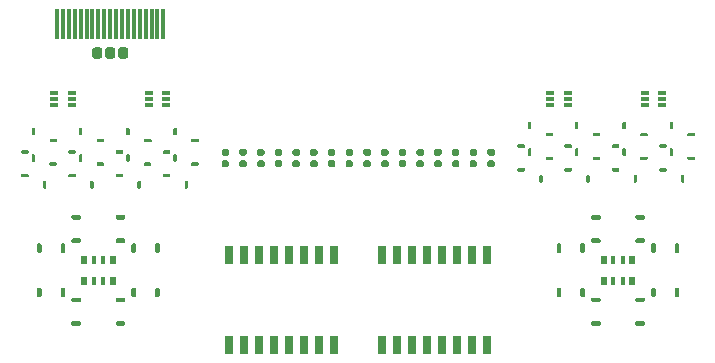
<source format=gbr>
%TF.GenerationSoftware,KiCad,Pcbnew,(5.99.0-3349-gc9824bbd9)*%
%TF.CreationDate,2020-09-22T14:29:42-07:00*%
%TF.ProjectId,Alchitry_IO_Shield,416c6368-6974-4727-995f-494f5f536869,rev?*%
%TF.SameCoordinates,Original*%
%TF.FileFunction,Paste,Top*%
%TF.FilePolarity,Positive*%
%FSLAX46Y46*%
G04 Gerber Fmt 4.6, Leading zero omitted, Abs format (unit mm)*
G04 Created by KiCad (PCBNEW (5.99.0-3349-gc9824bbd9)) date 2020-09-22 14:29:42*
%MOMM*%
%LPD*%
G01*
G04 APERTURE LIST*
%ADD10R,0.700000X0.400000*%
%ADD11R,0.760000X1.600000*%
%ADD12R,0.500000X0.800000*%
%ADD13R,0.400000X0.800000*%
%ADD14R,0.300000X2.600000*%
G04 APERTURE END LIST*
%TO.C,U5*%
G36*
G01*
X22350000Y-45895000D02*
X22350000Y-45405000D01*
G75*
G02*
X22425000Y-45330000I75000J0D01*
G01*
X22575000Y-45330000D01*
G75*
G02*
X22650000Y-45405000I0J-75000D01*
G01*
X22650000Y-45895000D01*
G75*
G02*
X22575000Y-45970000I-75000J0D01*
G01*
X22425000Y-45970000D01*
G75*
G02*
X22350000Y-45895000I0J75000D01*
G01*
G37*
G36*
G01*
X23305000Y-50395000D02*
X23305000Y-49905000D01*
G75*
G02*
X23380000Y-49830000I75000J0D01*
G01*
X23530000Y-49830000D01*
G75*
G02*
X23605000Y-49905000I0J-75000D01*
G01*
X23605000Y-50395000D01*
G75*
G02*
X23530000Y-50470000I-75000J0D01*
G01*
X23380000Y-50470000D01*
G75*
G02*
X23305000Y-50395000I0J75000D01*
G01*
G37*
G36*
G01*
X22030000Y-47535000D02*
X21540000Y-47535000D01*
G75*
G02*
X21465000Y-47460000I0J75000D01*
G01*
X21465000Y-47310000D01*
G75*
G02*
X21540000Y-47235000I75000J0D01*
G01*
X22030000Y-47235000D01*
G75*
G02*
X22105000Y-47310000I0J-75000D01*
G01*
X22105000Y-47460000D01*
G75*
G02*
X22030000Y-47535000I-75000J0D01*
G01*
G37*
G36*
G01*
X22350000Y-48145000D02*
X22350000Y-47655000D01*
G75*
G02*
X22425000Y-47580000I75000J0D01*
G01*
X22575000Y-47580000D01*
G75*
G02*
X22650000Y-47655000I0J-75000D01*
G01*
X22650000Y-48145000D01*
G75*
G02*
X22575000Y-48220000I-75000J0D01*
G01*
X22425000Y-48220000D01*
G75*
G02*
X22350000Y-48145000I0J75000D01*
G01*
G37*
G36*
G01*
X24430000Y-46565000D02*
X23940000Y-46565000D01*
G75*
G02*
X23865000Y-46490000I0J75000D01*
G01*
X23865000Y-46340000D01*
G75*
G02*
X23940000Y-46265000I75000J0D01*
G01*
X24430000Y-46265000D01*
G75*
G02*
X24505000Y-46340000I0J-75000D01*
G01*
X24505000Y-46490000D01*
G75*
G02*
X24430000Y-46565000I-75000J0D01*
G01*
G37*
G36*
G01*
X22030000Y-49535000D02*
X21540000Y-49535000D01*
G75*
G02*
X21465000Y-49460000I0J75000D01*
G01*
X21465000Y-49310000D01*
G75*
G02*
X21540000Y-49235000I75000J0D01*
G01*
X22030000Y-49235000D01*
G75*
G02*
X22105000Y-49310000I0J-75000D01*
G01*
X22105000Y-49460000D01*
G75*
G02*
X22030000Y-49535000I-75000J0D01*
G01*
G37*
G36*
G01*
X24410000Y-48565000D02*
X23920000Y-48565000D01*
G75*
G02*
X23845000Y-48490000I0J75000D01*
G01*
X23845000Y-48340000D01*
G75*
G02*
X23920000Y-48265000I75000J0D01*
G01*
X24410000Y-48265000D01*
G75*
G02*
X24485000Y-48340000I0J-75000D01*
G01*
X24485000Y-48490000D01*
G75*
G02*
X24410000Y-48565000I-75000J0D01*
G01*
G37*
%TD*%
%TO.C,D15*%
G36*
G01*
X32422500Y-48680000D02*
X32077500Y-48680000D01*
G75*
G02*
X31930000Y-48532500I0J147500D01*
G01*
X31930000Y-48237500D01*
G75*
G02*
X32077500Y-48090000I147500J0D01*
G01*
X32422500Y-48090000D01*
G75*
G02*
X32570000Y-48237500I0J-147500D01*
G01*
X32570000Y-48532500D01*
G75*
G02*
X32422500Y-48680000I-147500J0D01*
G01*
G37*
G36*
G01*
X32422500Y-47710000D02*
X32077500Y-47710000D01*
G75*
G02*
X31930000Y-47562500I0J147500D01*
G01*
X31930000Y-47267500D01*
G75*
G02*
X32077500Y-47120000I147500J0D01*
G01*
X32422500Y-47120000D01*
G75*
G02*
X32570000Y-47267500I0J-147500D01*
G01*
X32570000Y-47562500D01*
G75*
G02*
X32422500Y-47710000I-147500J0D01*
G01*
G37*
%TD*%
%TO.C,U6*%
G36*
G01*
X28410000Y-48565000D02*
X27920000Y-48565000D01*
G75*
G02*
X27845000Y-48490000I0J75000D01*
G01*
X27845000Y-48340000D01*
G75*
G02*
X27920000Y-48265000I75000J0D01*
G01*
X28410000Y-48265000D01*
G75*
G02*
X28485000Y-48340000I0J-75000D01*
G01*
X28485000Y-48490000D01*
G75*
G02*
X28410000Y-48565000I-75000J0D01*
G01*
G37*
G36*
G01*
X28430000Y-46565000D02*
X27940000Y-46565000D01*
G75*
G02*
X27865000Y-46490000I0J75000D01*
G01*
X27865000Y-46340000D01*
G75*
G02*
X27940000Y-46265000I75000J0D01*
G01*
X28430000Y-46265000D01*
G75*
G02*
X28505000Y-46340000I0J-75000D01*
G01*
X28505000Y-46490000D01*
G75*
G02*
X28430000Y-46565000I-75000J0D01*
G01*
G37*
G36*
G01*
X26350000Y-45895000D02*
X26350000Y-45405000D01*
G75*
G02*
X26425000Y-45330000I75000J0D01*
G01*
X26575000Y-45330000D01*
G75*
G02*
X26650000Y-45405000I0J-75000D01*
G01*
X26650000Y-45895000D01*
G75*
G02*
X26575000Y-45970000I-75000J0D01*
G01*
X26425000Y-45970000D01*
G75*
G02*
X26350000Y-45895000I0J75000D01*
G01*
G37*
G36*
G01*
X26030000Y-49535000D02*
X25540000Y-49535000D01*
G75*
G02*
X25465000Y-49460000I0J75000D01*
G01*
X25465000Y-49310000D01*
G75*
G02*
X25540000Y-49235000I75000J0D01*
G01*
X26030000Y-49235000D01*
G75*
G02*
X26105000Y-49310000I0J-75000D01*
G01*
X26105000Y-49460000D01*
G75*
G02*
X26030000Y-49535000I-75000J0D01*
G01*
G37*
G36*
G01*
X27305000Y-50395000D02*
X27305000Y-49905000D01*
G75*
G02*
X27380000Y-49830000I75000J0D01*
G01*
X27530000Y-49830000D01*
G75*
G02*
X27605000Y-49905000I0J-75000D01*
G01*
X27605000Y-50395000D01*
G75*
G02*
X27530000Y-50470000I-75000J0D01*
G01*
X27380000Y-50470000D01*
G75*
G02*
X27305000Y-50395000I0J75000D01*
G01*
G37*
G36*
G01*
X26350000Y-48145000D02*
X26350000Y-47655000D01*
G75*
G02*
X26425000Y-47580000I75000J0D01*
G01*
X26575000Y-47580000D01*
G75*
G02*
X26650000Y-47655000I0J-75000D01*
G01*
X26650000Y-48145000D01*
G75*
G02*
X26575000Y-48220000I-75000J0D01*
G01*
X26425000Y-48220000D01*
G75*
G02*
X26350000Y-48145000I0J75000D01*
G01*
G37*
G36*
G01*
X26030000Y-47535000D02*
X25540000Y-47535000D01*
G75*
G02*
X25465000Y-47460000I0J75000D01*
G01*
X25465000Y-47310000D01*
G75*
G02*
X25540000Y-47235000I75000J0D01*
G01*
X26030000Y-47235000D01*
G75*
G02*
X26105000Y-47310000I0J-75000D01*
G01*
X26105000Y-47460000D01*
G75*
G02*
X26030000Y-47535000I-75000J0D01*
G01*
G37*
%TD*%
D10*
%TO.C,Q4*%
X66250000Y-42400000D03*
X66250000Y-42900000D03*
X66250000Y-43400000D03*
X67750000Y-43400000D03*
X67750000Y-42900000D03*
X67750000Y-42400000D03*
%TD*%
%TO.C,D6*%
G36*
G01*
X45922500Y-48680000D02*
X45577500Y-48680000D01*
G75*
G02*
X45430000Y-48532500I0J147500D01*
G01*
X45430000Y-48237500D01*
G75*
G02*
X45577500Y-48090000I147500J0D01*
G01*
X45922500Y-48090000D01*
G75*
G02*
X46070000Y-48237500I0J-147500D01*
G01*
X46070000Y-48532500D01*
G75*
G02*
X45922500Y-48680000I-147500J0D01*
G01*
G37*
G36*
G01*
X45922500Y-47710000D02*
X45577500Y-47710000D01*
G75*
G02*
X45430000Y-47562500I0J147500D01*
G01*
X45430000Y-47267500D01*
G75*
G02*
X45577500Y-47120000I147500J0D01*
G01*
X45922500Y-47120000D01*
G75*
G02*
X46070000Y-47267500I0J-147500D01*
G01*
X46070000Y-47562500D01*
G75*
G02*
X45922500Y-47710000I-147500J0D01*
G01*
G37*
%TD*%
%TO.C,D1*%
G36*
G01*
X53422500Y-48680000D02*
X53077500Y-48680000D01*
G75*
G02*
X52930000Y-48532500I0J147500D01*
G01*
X52930000Y-48237500D01*
G75*
G02*
X53077500Y-48090000I147500J0D01*
G01*
X53422500Y-48090000D01*
G75*
G02*
X53570000Y-48237500I0J-147500D01*
G01*
X53570000Y-48532500D01*
G75*
G02*
X53422500Y-48680000I-147500J0D01*
G01*
G37*
G36*
G01*
X53422500Y-47710000D02*
X53077500Y-47710000D01*
G75*
G02*
X52930000Y-47562500I0J147500D01*
G01*
X52930000Y-47267500D01*
G75*
G02*
X53077500Y-47120000I147500J0D01*
G01*
X53422500Y-47120000D01*
G75*
G02*
X53570000Y-47267500I0J-147500D01*
G01*
X53570000Y-47562500D01*
G75*
G02*
X53422500Y-47710000I-147500J0D01*
G01*
G37*
%TD*%
%TO.C,U3*%
G36*
G01*
X14350000Y-48145000D02*
X14350000Y-47655000D01*
G75*
G02*
X14425000Y-47580000I75000J0D01*
G01*
X14575000Y-47580000D01*
G75*
G02*
X14650000Y-47655000I0J-75000D01*
G01*
X14650000Y-48145000D01*
G75*
G02*
X14575000Y-48220000I-75000J0D01*
G01*
X14425000Y-48220000D01*
G75*
G02*
X14350000Y-48145000I0J75000D01*
G01*
G37*
G36*
G01*
X16430000Y-46565000D02*
X15940000Y-46565000D01*
G75*
G02*
X15865000Y-46490000I0J75000D01*
G01*
X15865000Y-46340000D01*
G75*
G02*
X15940000Y-46265000I75000J0D01*
G01*
X16430000Y-46265000D01*
G75*
G02*
X16505000Y-46340000I0J-75000D01*
G01*
X16505000Y-46490000D01*
G75*
G02*
X16430000Y-46565000I-75000J0D01*
G01*
G37*
G36*
G01*
X16410000Y-48565000D02*
X15920000Y-48565000D01*
G75*
G02*
X15845000Y-48490000I0J75000D01*
G01*
X15845000Y-48340000D01*
G75*
G02*
X15920000Y-48265000I75000J0D01*
G01*
X16410000Y-48265000D01*
G75*
G02*
X16485000Y-48340000I0J-75000D01*
G01*
X16485000Y-48490000D01*
G75*
G02*
X16410000Y-48565000I-75000J0D01*
G01*
G37*
G36*
G01*
X15305000Y-50395000D02*
X15305000Y-49905000D01*
G75*
G02*
X15380000Y-49830000I75000J0D01*
G01*
X15530000Y-49830000D01*
G75*
G02*
X15605000Y-49905000I0J-75000D01*
G01*
X15605000Y-50395000D01*
G75*
G02*
X15530000Y-50470000I-75000J0D01*
G01*
X15380000Y-50470000D01*
G75*
G02*
X15305000Y-50395000I0J75000D01*
G01*
G37*
G36*
G01*
X14350000Y-45895000D02*
X14350000Y-45405000D01*
G75*
G02*
X14425000Y-45330000I75000J0D01*
G01*
X14575000Y-45330000D01*
G75*
G02*
X14650000Y-45405000I0J-75000D01*
G01*
X14650000Y-45895000D01*
G75*
G02*
X14575000Y-45970000I-75000J0D01*
G01*
X14425000Y-45970000D01*
G75*
G02*
X14350000Y-45895000I0J75000D01*
G01*
G37*
G36*
G01*
X14030000Y-47535000D02*
X13540000Y-47535000D01*
G75*
G02*
X13465000Y-47460000I0J75000D01*
G01*
X13465000Y-47310000D01*
G75*
G02*
X13540000Y-47235000I75000J0D01*
G01*
X14030000Y-47235000D01*
G75*
G02*
X14105000Y-47310000I0J-75000D01*
G01*
X14105000Y-47460000D01*
G75*
G02*
X14030000Y-47535000I-75000J0D01*
G01*
G37*
G36*
G01*
X14030000Y-49535000D02*
X13540000Y-49535000D01*
G75*
G02*
X13465000Y-49460000I0J75000D01*
G01*
X13465000Y-49310000D01*
G75*
G02*
X13540000Y-49235000I75000J0D01*
G01*
X14030000Y-49235000D01*
G75*
G02*
X14105000Y-49310000I0J-75000D01*
G01*
X14105000Y-49460000D01*
G75*
G02*
X14030000Y-49535000I-75000J0D01*
G01*
G37*
%TD*%
%TO.C,D10*%
G36*
G01*
X39922500Y-48680000D02*
X39577500Y-48680000D01*
G75*
G02*
X39430000Y-48532500I0J147500D01*
G01*
X39430000Y-48237500D01*
G75*
G02*
X39577500Y-48090000I147500J0D01*
G01*
X39922500Y-48090000D01*
G75*
G02*
X40070000Y-48237500I0J-147500D01*
G01*
X40070000Y-48532500D01*
G75*
G02*
X39922500Y-48680000I-147500J0D01*
G01*
G37*
G36*
G01*
X39922500Y-47710000D02*
X39577500Y-47710000D01*
G75*
G02*
X39430000Y-47562500I0J147500D01*
G01*
X39430000Y-47267500D01*
G75*
G02*
X39577500Y-47120000I147500J0D01*
G01*
X39922500Y-47120000D01*
G75*
G02*
X40070000Y-47267500I0J-147500D01*
G01*
X40070000Y-47562500D01*
G75*
G02*
X39922500Y-47710000I-147500J0D01*
G01*
G37*
%TD*%
%TO.C,D5*%
G36*
G01*
X47422500Y-48680000D02*
X47077500Y-48680000D01*
G75*
G02*
X46930000Y-48532500I0J147500D01*
G01*
X46930000Y-48237500D01*
G75*
G02*
X47077500Y-48090000I147500J0D01*
G01*
X47422500Y-48090000D01*
G75*
G02*
X47570000Y-48237500I0J-147500D01*
G01*
X47570000Y-48532500D01*
G75*
G02*
X47422500Y-48680000I-147500J0D01*
G01*
G37*
G36*
G01*
X47422500Y-47710000D02*
X47077500Y-47710000D01*
G75*
G02*
X46930000Y-47562500I0J147500D01*
G01*
X46930000Y-47267500D01*
G75*
G02*
X47077500Y-47120000I147500J0D01*
G01*
X47422500Y-47120000D01*
G75*
G02*
X47570000Y-47267500I0J-147500D01*
G01*
X47570000Y-47562500D01*
G75*
G02*
X47422500Y-47710000I-147500J0D01*
G01*
G37*
%TD*%
%TO.C,U4*%
G36*
G01*
X18030000Y-47535000D02*
X17540000Y-47535000D01*
G75*
G02*
X17465000Y-47460000I0J75000D01*
G01*
X17465000Y-47310000D01*
G75*
G02*
X17540000Y-47235000I75000J0D01*
G01*
X18030000Y-47235000D01*
G75*
G02*
X18105000Y-47310000I0J-75000D01*
G01*
X18105000Y-47460000D01*
G75*
G02*
X18030000Y-47535000I-75000J0D01*
G01*
G37*
G36*
G01*
X20430000Y-46565000D02*
X19940000Y-46565000D01*
G75*
G02*
X19865000Y-46490000I0J75000D01*
G01*
X19865000Y-46340000D01*
G75*
G02*
X19940000Y-46265000I75000J0D01*
G01*
X20430000Y-46265000D01*
G75*
G02*
X20505000Y-46340000I0J-75000D01*
G01*
X20505000Y-46490000D01*
G75*
G02*
X20430000Y-46565000I-75000J0D01*
G01*
G37*
G36*
G01*
X18350000Y-45895000D02*
X18350000Y-45405000D01*
G75*
G02*
X18425000Y-45330000I75000J0D01*
G01*
X18575000Y-45330000D01*
G75*
G02*
X18650000Y-45405000I0J-75000D01*
G01*
X18650000Y-45895000D01*
G75*
G02*
X18575000Y-45970000I-75000J0D01*
G01*
X18425000Y-45970000D01*
G75*
G02*
X18350000Y-45895000I0J75000D01*
G01*
G37*
G36*
G01*
X18350000Y-48145000D02*
X18350000Y-47655000D01*
G75*
G02*
X18425000Y-47580000I75000J0D01*
G01*
X18575000Y-47580000D01*
G75*
G02*
X18650000Y-47655000I0J-75000D01*
G01*
X18650000Y-48145000D01*
G75*
G02*
X18575000Y-48220000I-75000J0D01*
G01*
X18425000Y-48220000D01*
G75*
G02*
X18350000Y-48145000I0J75000D01*
G01*
G37*
G36*
G01*
X19305000Y-50395000D02*
X19305000Y-49905000D01*
G75*
G02*
X19380000Y-49830000I75000J0D01*
G01*
X19530000Y-49830000D01*
G75*
G02*
X19605000Y-49905000I0J-75000D01*
G01*
X19605000Y-50395000D01*
G75*
G02*
X19530000Y-50470000I-75000J0D01*
G01*
X19380000Y-50470000D01*
G75*
G02*
X19305000Y-50395000I0J75000D01*
G01*
G37*
G36*
G01*
X18030000Y-49535000D02*
X17540000Y-49535000D01*
G75*
G02*
X17465000Y-49460000I0J75000D01*
G01*
X17465000Y-49310000D01*
G75*
G02*
X17540000Y-49235000I75000J0D01*
G01*
X18030000Y-49235000D01*
G75*
G02*
X18105000Y-49310000I0J-75000D01*
G01*
X18105000Y-49460000D01*
G75*
G02*
X18030000Y-49535000I-75000J0D01*
G01*
G37*
G36*
G01*
X20410000Y-48565000D02*
X19920000Y-48565000D01*
G75*
G02*
X19845000Y-48490000I0J75000D01*
G01*
X19845000Y-48340000D01*
G75*
G02*
X19920000Y-48265000I75000J0D01*
G01*
X20410000Y-48265000D01*
G75*
G02*
X20485000Y-48340000I0J-75000D01*
G01*
X20485000Y-48490000D01*
G75*
G02*
X20410000Y-48565000I-75000J0D01*
G01*
G37*
%TD*%
%TO.C,SW7*%
G36*
G01*
X66275000Y-59800000D02*
X66275000Y-60000000D01*
G75*
G02*
X66175000Y-60100000I-100000J0D01*
G01*
X65575000Y-60100000D01*
G75*
G02*
X65475000Y-60000000I0J100000D01*
G01*
X65475000Y-59800000D01*
G75*
G02*
X65575000Y-59700000I100000J0D01*
G01*
X66175000Y-59700000D01*
G75*
G02*
X66275000Y-59800000I0J-100000D01*
G01*
G37*
G36*
G01*
X62525000Y-59800000D02*
X62525000Y-60000000D01*
G75*
G02*
X62425000Y-60100000I-100000J0D01*
G01*
X61825000Y-60100000D01*
G75*
G02*
X61725000Y-60000000I0J100000D01*
G01*
X61725000Y-59800000D01*
G75*
G02*
X61825000Y-59700000I100000J0D01*
G01*
X62425000Y-59700000D01*
G75*
G02*
X62525000Y-59800000I0J-100000D01*
G01*
G37*
G36*
G01*
X66275000Y-61800000D02*
X66275000Y-62000000D01*
G75*
G02*
X66175000Y-62100000I-100000J0D01*
G01*
X65575000Y-62100000D01*
G75*
G02*
X65475000Y-62000000I0J100000D01*
G01*
X65475000Y-61800000D01*
G75*
G02*
X65575000Y-61700000I100000J0D01*
G01*
X66175000Y-61700000D01*
G75*
G02*
X66275000Y-61800000I0J-100000D01*
G01*
G37*
G36*
G01*
X62525000Y-61800000D02*
X62525000Y-62000000D01*
G75*
G02*
X62425000Y-62100000I-100000J0D01*
G01*
X61825000Y-62100000D01*
G75*
G02*
X61725000Y-62000000I0J100000D01*
G01*
X61725000Y-61800000D01*
G75*
G02*
X61825000Y-61700000I100000J0D01*
G01*
X62425000Y-61700000D01*
G75*
G02*
X62525000Y-61800000I0J-100000D01*
G01*
G37*
%TD*%
D11*
%TO.C,SW10*%
X44055000Y-63710000D03*
X45325000Y-63710000D03*
X46595000Y-63710000D03*
X47865000Y-63710000D03*
X49135000Y-63710000D03*
X50405000Y-63710000D03*
X51675000Y-63710000D03*
X52945000Y-63710000D03*
X52945000Y-56090000D03*
X51675000Y-56090000D03*
X50405000Y-56090000D03*
X49135000Y-56090000D03*
X47865000Y-56090000D03*
X46595000Y-56090000D03*
X45325000Y-56090000D03*
X44055000Y-56090000D03*
%TD*%
%TO.C,D3*%
G36*
G01*
X50422500Y-48680000D02*
X50077500Y-48680000D01*
G75*
G02*
X49930000Y-48532500I0J147500D01*
G01*
X49930000Y-48237500D01*
G75*
G02*
X50077500Y-48090000I147500J0D01*
G01*
X50422500Y-48090000D01*
G75*
G02*
X50570000Y-48237500I0J-147500D01*
G01*
X50570000Y-48532500D01*
G75*
G02*
X50422500Y-48680000I-147500J0D01*
G01*
G37*
G36*
G01*
X50422500Y-47710000D02*
X50077500Y-47710000D01*
G75*
G02*
X49930000Y-47562500I0J147500D01*
G01*
X49930000Y-47267500D01*
G75*
G02*
X50077500Y-47120000I147500J0D01*
G01*
X50422500Y-47120000D01*
G75*
G02*
X50570000Y-47267500I0J-147500D01*
G01*
X50570000Y-47562500D01*
G75*
G02*
X50422500Y-47710000I-147500J0D01*
G01*
G37*
%TD*%
%TO.C,SW1*%
G36*
G01*
X17100000Y-55925000D02*
X16900000Y-55925000D01*
G75*
G02*
X16800000Y-55825000I0J100000D01*
G01*
X16800000Y-55225000D01*
G75*
G02*
X16900000Y-55125000I100000J0D01*
G01*
X17100000Y-55125000D01*
G75*
G02*
X17200000Y-55225000I0J-100000D01*
G01*
X17200000Y-55825000D01*
G75*
G02*
X17100000Y-55925000I-100000J0D01*
G01*
G37*
G36*
G01*
X17100000Y-59675000D02*
X16900000Y-59675000D01*
G75*
G02*
X16800000Y-59575000I0J100000D01*
G01*
X16800000Y-58975000D01*
G75*
G02*
X16900000Y-58875000I100000J0D01*
G01*
X17100000Y-58875000D01*
G75*
G02*
X17200000Y-58975000I0J-100000D01*
G01*
X17200000Y-59575000D01*
G75*
G02*
X17100000Y-59675000I-100000J0D01*
G01*
G37*
G36*
G01*
X15100000Y-59675000D02*
X14900000Y-59675000D01*
G75*
G02*
X14800000Y-59575000I0J100000D01*
G01*
X14800000Y-58975000D01*
G75*
G02*
X14900000Y-58875000I100000J0D01*
G01*
X15100000Y-58875000D01*
G75*
G02*
X15200000Y-58975000I0J-100000D01*
G01*
X15200000Y-59575000D01*
G75*
G02*
X15100000Y-59675000I-100000J0D01*
G01*
G37*
G36*
G01*
X15100000Y-55925000D02*
X14900000Y-55925000D01*
G75*
G02*
X14800000Y-55825000I0J100000D01*
G01*
X14800000Y-55225000D01*
G75*
G02*
X14900000Y-55125000I100000J0D01*
G01*
X15100000Y-55125000D01*
G75*
G02*
X15200000Y-55225000I0J-100000D01*
G01*
X15200000Y-55825000D01*
G75*
G02*
X15100000Y-55925000I-100000J0D01*
G01*
G37*
%TD*%
%TO.C,SW9*%
X31055000Y-63710000D03*
X32325000Y-63710000D03*
X33595000Y-63710000D03*
X34865000Y-63710000D03*
X36135000Y-63710000D03*
X37405000Y-63710000D03*
X38675000Y-63710000D03*
X39945000Y-63710000D03*
X39945000Y-56090000D03*
X38675000Y-56090000D03*
X37405000Y-56090000D03*
X36135000Y-56090000D03*
X34865000Y-56090000D03*
X33595000Y-56090000D03*
X32325000Y-56090000D03*
X31055000Y-56090000D03*
%TD*%
%TO.C,D4*%
G36*
G01*
X48922500Y-48680000D02*
X48577500Y-48680000D01*
G75*
G02*
X48430000Y-48532500I0J147500D01*
G01*
X48430000Y-48237500D01*
G75*
G02*
X48577500Y-48090000I147500J0D01*
G01*
X48922500Y-48090000D01*
G75*
G02*
X49070000Y-48237500I0J-147500D01*
G01*
X49070000Y-48532500D01*
G75*
G02*
X48922500Y-48680000I-147500J0D01*
G01*
G37*
G36*
G01*
X48922500Y-47710000D02*
X48577500Y-47710000D01*
G75*
G02*
X48430000Y-47562500I0J147500D01*
G01*
X48430000Y-47267500D01*
G75*
G02*
X48577500Y-47120000I147500J0D01*
G01*
X48922500Y-47120000D01*
G75*
G02*
X49070000Y-47267500I0J-147500D01*
G01*
X49070000Y-47562500D01*
G75*
G02*
X48922500Y-47710000I-147500J0D01*
G01*
G37*
%TD*%
D12*
%TO.C,RN2*%
X18800000Y-58300000D03*
D13*
X19600000Y-58300000D03*
X20400000Y-58300000D03*
D12*
X21200000Y-58300000D03*
X21200000Y-56500000D03*
D13*
X20400000Y-56500000D03*
X19600000Y-56500000D03*
D12*
X18800000Y-56500000D03*
%TD*%
%TO.C,JP6*%
G36*
G01*
X19475000Y-39256250D02*
X19475000Y-38743750D01*
G75*
G02*
X19693750Y-38525000I218750J0D01*
G01*
X20131250Y-38525000D01*
G75*
G02*
X20350000Y-38743750I0J-218750D01*
G01*
X20350000Y-39256250D01*
G75*
G02*
X20131250Y-39475000I-218750J0D01*
G01*
X19693750Y-39475000D01*
G75*
G02*
X19475000Y-39256250I0J218750D01*
G01*
G37*
G36*
G01*
X20562500Y-39256250D02*
X20562500Y-38743750D01*
G75*
G02*
X20781250Y-38525000I218750J0D01*
G01*
X21218750Y-38525000D01*
G75*
G02*
X21437500Y-38743750I0J-218750D01*
G01*
X21437500Y-39256250D01*
G75*
G02*
X21218750Y-39475000I-218750J0D01*
G01*
X20781250Y-39475000D01*
G75*
G02*
X20562500Y-39256250I0J218750D01*
G01*
G37*
G36*
G01*
X22537500Y-38743750D02*
X22537500Y-39256250D01*
G75*
G02*
X22318750Y-39475000I-218750J0D01*
G01*
X21881250Y-39475000D01*
G75*
G02*
X21662500Y-39256250I0J218750D01*
G01*
X21662500Y-38743750D01*
G75*
G02*
X21881250Y-38525000I218750J0D01*
G01*
X22318750Y-38525000D01*
G75*
G02*
X22537500Y-38743750I0J-218750D01*
G01*
G37*
%TD*%
%TO.C,SW3*%
G36*
G01*
X18525000Y-59800000D02*
X18525000Y-60000000D01*
G75*
G02*
X18425000Y-60100000I-100000J0D01*
G01*
X17825000Y-60100000D01*
G75*
G02*
X17725000Y-60000000I0J100000D01*
G01*
X17725000Y-59800000D01*
G75*
G02*
X17825000Y-59700000I100000J0D01*
G01*
X18425000Y-59700000D01*
G75*
G02*
X18525000Y-59800000I0J-100000D01*
G01*
G37*
G36*
G01*
X22275000Y-59800000D02*
X22275000Y-60000000D01*
G75*
G02*
X22175000Y-60100000I-100000J0D01*
G01*
X21575000Y-60100000D01*
G75*
G02*
X21475000Y-60000000I0J100000D01*
G01*
X21475000Y-59800000D01*
G75*
G02*
X21575000Y-59700000I100000J0D01*
G01*
X22175000Y-59700000D01*
G75*
G02*
X22275000Y-59800000I0J-100000D01*
G01*
G37*
G36*
G01*
X18525000Y-61800000D02*
X18525000Y-62000000D01*
G75*
G02*
X18425000Y-62100000I-100000J0D01*
G01*
X17825000Y-62100000D01*
G75*
G02*
X17725000Y-62000000I0J100000D01*
G01*
X17725000Y-61800000D01*
G75*
G02*
X17825000Y-61700000I100000J0D01*
G01*
X18425000Y-61700000D01*
G75*
G02*
X18525000Y-61800000I0J-100000D01*
G01*
G37*
G36*
G01*
X22275000Y-61800000D02*
X22275000Y-62000000D01*
G75*
G02*
X22175000Y-62100000I-100000J0D01*
G01*
X21575000Y-62100000D01*
G75*
G02*
X21475000Y-62000000I0J100000D01*
G01*
X21475000Y-61800000D01*
G75*
G02*
X21575000Y-61700000I100000J0D01*
G01*
X22175000Y-61700000D01*
G75*
G02*
X22275000Y-61800000I0J-100000D01*
G01*
G37*
%TD*%
%TO.C,D11*%
G36*
G01*
X38422500Y-48680000D02*
X38077500Y-48680000D01*
G75*
G02*
X37930000Y-48532500I0J147500D01*
G01*
X37930000Y-48237500D01*
G75*
G02*
X38077500Y-48090000I147500J0D01*
G01*
X38422500Y-48090000D01*
G75*
G02*
X38570000Y-48237500I0J-147500D01*
G01*
X38570000Y-48532500D01*
G75*
G02*
X38422500Y-48680000I-147500J0D01*
G01*
G37*
G36*
G01*
X38422500Y-47710000D02*
X38077500Y-47710000D01*
G75*
G02*
X37930000Y-47562500I0J147500D01*
G01*
X37930000Y-47267500D01*
G75*
G02*
X38077500Y-47120000I147500J0D01*
G01*
X38422500Y-47120000D01*
G75*
G02*
X38570000Y-47267500I0J-147500D01*
G01*
X38570000Y-47562500D01*
G75*
G02*
X38422500Y-47710000I-147500J0D01*
G01*
G37*
%TD*%
%TO.C,D2*%
G36*
G01*
X51922500Y-48680000D02*
X51577500Y-48680000D01*
G75*
G02*
X51430000Y-48532500I0J147500D01*
G01*
X51430000Y-48237500D01*
G75*
G02*
X51577500Y-48090000I147500J0D01*
G01*
X51922500Y-48090000D01*
G75*
G02*
X52070000Y-48237500I0J-147500D01*
G01*
X52070000Y-48532500D01*
G75*
G02*
X51922500Y-48680000I-147500J0D01*
G01*
G37*
G36*
G01*
X51922500Y-47710000D02*
X51577500Y-47710000D01*
G75*
G02*
X51430000Y-47562500I0J147500D01*
G01*
X51430000Y-47267500D01*
G75*
G02*
X51577500Y-47120000I147500J0D01*
G01*
X51922500Y-47120000D01*
G75*
G02*
X52070000Y-47267500I0J-147500D01*
G01*
X52070000Y-47562500D01*
G75*
G02*
X51922500Y-47710000I-147500J0D01*
G01*
G37*
%TD*%
%TO.C,U10*%
G36*
G01*
X70445000Y-46065000D02*
X69955000Y-46065000D01*
G75*
G02*
X69880000Y-45990000I0J75000D01*
G01*
X69880000Y-45840000D01*
G75*
G02*
X69955000Y-45765000I75000J0D01*
G01*
X70445000Y-45765000D01*
G75*
G02*
X70520000Y-45840000I0J-75000D01*
G01*
X70520000Y-45990000D01*
G75*
G02*
X70445000Y-46065000I-75000J0D01*
G01*
G37*
G36*
G01*
X68045000Y-47035000D02*
X67555000Y-47035000D01*
G75*
G02*
X67480000Y-46960000I0J75000D01*
G01*
X67480000Y-46810000D01*
G75*
G02*
X67555000Y-46735000I75000J0D01*
G01*
X68045000Y-46735000D01*
G75*
G02*
X68120000Y-46810000I0J-75000D01*
G01*
X68120000Y-46960000D01*
G75*
G02*
X68045000Y-47035000I-75000J0D01*
G01*
G37*
G36*
G01*
X69320000Y-49895000D02*
X69320000Y-49405000D01*
G75*
G02*
X69395000Y-49330000I75000J0D01*
G01*
X69545000Y-49330000D01*
G75*
G02*
X69620000Y-49405000I0J-75000D01*
G01*
X69620000Y-49895000D01*
G75*
G02*
X69545000Y-49970000I-75000J0D01*
G01*
X69395000Y-49970000D01*
G75*
G02*
X69320000Y-49895000I0J75000D01*
G01*
G37*
G36*
G01*
X68045000Y-49035000D02*
X67555000Y-49035000D01*
G75*
G02*
X67480000Y-48960000I0J75000D01*
G01*
X67480000Y-48810000D01*
G75*
G02*
X67555000Y-48735000I75000J0D01*
G01*
X68045000Y-48735000D01*
G75*
G02*
X68120000Y-48810000I0J-75000D01*
G01*
X68120000Y-48960000D01*
G75*
G02*
X68045000Y-49035000I-75000J0D01*
G01*
G37*
G36*
G01*
X70425000Y-48065000D02*
X69935000Y-48065000D01*
G75*
G02*
X69860000Y-47990000I0J75000D01*
G01*
X69860000Y-47840000D01*
G75*
G02*
X69935000Y-47765000I75000J0D01*
G01*
X70425000Y-47765000D01*
G75*
G02*
X70500000Y-47840000I0J-75000D01*
G01*
X70500000Y-47990000D01*
G75*
G02*
X70425000Y-48065000I-75000J0D01*
G01*
G37*
G36*
G01*
X68365000Y-45395000D02*
X68365000Y-44905000D01*
G75*
G02*
X68440000Y-44830000I75000J0D01*
G01*
X68590000Y-44830000D01*
G75*
G02*
X68665000Y-44905000I0J-75000D01*
G01*
X68665000Y-45395000D01*
G75*
G02*
X68590000Y-45470000I-75000J0D01*
G01*
X68440000Y-45470000D01*
G75*
G02*
X68365000Y-45395000I0J75000D01*
G01*
G37*
G36*
G01*
X68365000Y-47645000D02*
X68365000Y-47155000D01*
G75*
G02*
X68440000Y-47080000I75000J0D01*
G01*
X68590000Y-47080000D01*
G75*
G02*
X68665000Y-47155000I0J-75000D01*
G01*
X68665000Y-47645000D01*
G75*
G02*
X68590000Y-47720000I-75000J0D01*
G01*
X68440000Y-47720000D01*
G75*
G02*
X68365000Y-47645000I0J75000D01*
G01*
G37*
%TD*%
%TO.C,SW2*%
G36*
G01*
X17725000Y-55000000D02*
X17725000Y-54800000D01*
G75*
G02*
X17825000Y-54700000I100000J0D01*
G01*
X18425000Y-54700000D01*
G75*
G02*
X18525000Y-54800000I0J-100000D01*
G01*
X18525000Y-55000000D01*
G75*
G02*
X18425000Y-55100000I-100000J0D01*
G01*
X17825000Y-55100000D01*
G75*
G02*
X17725000Y-55000000I0J100000D01*
G01*
G37*
G36*
G01*
X21475000Y-55000000D02*
X21475000Y-54800000D01*
G75*
G02*
X21575000Y-54700000I100000J0D01*
G01*
X22175000Y-54700000D01*
G75*
G02*
X22275000Y-54800000I0J-100000D01*
G01*
X22275000Y-55000000D01*
G75*
G02*
X22175000Y-55100000I-100000J0D01*
G01*
X21575000Y-55100000D01*
G75*
G02*
X21475000Y-55000000I0J100000D01*
G01*
G37*
G36*
G01*
X17725000Y-53000000D02*
X17725000Y-52800000D01*
G75*
G02*
X17825000Y-52700000I100000J0D01*
G01*
X18425000Y-52700000D01*
G75*
G02*
X18525000Y-52800000I0J-100000D01*
G01*
X18525000Y-53000000D01*
G75*
G02*
X18425000Y-53100000I-100000J0D01*
G01*
X17825000Y-53100000D01*
G75*
G02*
X17725000Y-53000000I0J100000D01*
G01*
G37*
G36*
G01*
X21475000Y-53000000D02*
X21475000Y-52800000D01*
G75*
G02*
X21575000Y-52700000I100000J0D01*
G01*
X22175000Y-52700000D01*
G75*
G02*
X22275000Y-52800000I0J-100000D01*
G01*
X22275000Y-53000000D01*
G75*
G02*
X22175000Y-53100000I-100000J0D01*
G01*
X21575000Y-53100000D01*
G75*
G02*
X21475000Y-53000000I0J100000D01*
G01*
G37*
%TD*%
%TO.C,D8*%
G36*
G01*
X42922500Y-48680000D02*
X42577500Y-48680000D01*
G75*
G02*
X42430000Y-48532500I0J147500D01*
G01*
X42430000Y-48237500D01*
G75*
G02*
X42577500Y-48090000I147500J0D01*
G01*
X42922500Y-48090000D01*
G75*
G02*
X43070000Y-48237500I0J-147500D01*
G01*
X43070000Y-48532500D01*
G75*
G02*
X42922500Y-48680000I-147500J0D01*
G01*
G37*
G36*
G01*
X42922500Y-47710000D02*
X42577500Y-47710000D01*
G75*
G02*
X42430000Y-47562500I0J147500D01*
G01*
X42430000Y-47267500D01*
G75*
G02*
X42577500Y-47120000I147500J0D01*
G01*
X42922500Y-47120000D01*
G75*
G02*
X43070000Y-47267500I0J-147500D01*
G01*
X43070000Y-47562500D01*
G75*
G02*
X42922500Y-47710000I-147500J0D01*
G01*
G37*
%TD*%
%TO.C,U7*%
G36*
G01*
X58445000Y-46065000D02*
X57955000Y-46065000D01*
G75*
G02*
X57880000Y-45990000I0J75000D01*
G01*
X57880000Y-45840000D01*
G75*
G02*
X57955000Y-45765000I75000J0D01*
G01*
X58445000Y-45765000D01*
G75*
G02*
X58520000Y-45840000I0J-75000D01*
G01*
X58520000Y-45990000D01*
G75*
G02*
X58445000Y-46065000I-75000J0D01*
G01*
G37*
G36*
G01*
X57320000Y-49895000D02*
X57320000Y-49405000D01*
G75*
G02*
X57395000Y-49330000I75000J0D01*
G01*
X57545000Y-49330000D01*
G75*
G02*
X57620000Y-49405000I0J-75000D01*
G01*
X57620000Y-49895000D01*
G75*
G02*
X57545000Y-49970000I-75000J0D01*
G01*
X57395000Y-49970000D01*
G75*
G02*
X57320000Y-49895000I0J75000D01*
G01*
G37*
G36*
G01*
X56365000Y-47645000D02*
X56365000Y-47155000D01*
G75*
G02*
X56440000Y-47080000I75000J0D01*
G01*
X56590000Y-47080000D01*
G75*
G02*
X56665000Y-47155000I0J-75000D01*
G01*
X56665000Y-47645000D01*
G75*
G02*
X56590000Y-47720000I-75000J0D01*
G01*
X56440000Y-47720000D01*
G75*
G02*
X56365000Y-47645000I0J75000D01*
G01*
G37*
G36*
G01*
X56045000Y-47035000D02*
X55555000Y-47035000D01*
G75*
G02*
X55480000Y-46960000I0J75000D01*
G01*
X55480000Y-46810000D01*
G75*
G02*
X55555000Y-46735000I75000J0D01*
G01*
X56045000Y-46735000D01*
G75*
G02*
X56120000Y-46810000I0J-75000D01*
G01*
X56120000Y-46960000D01*
G75*
G02*
X56045000Y-47035000I-75000J0D01*
G01*
G37*
G36*
G01*
X56045000Y-49035000D02*
X55555000Y-49035000D01*
G75*
G02*
X55480000Y-48960000I0J75000D01*
G01*
X55480000Y-48810000D01*
G75*
G02*
X55555000Y-48735000I75000J0D01*
G01*
X56045000Y-48735000D01*
G75*
G02*
X56120000Y-48810000I0J-75000D01*
G01*
X56120000Y-48960000D01*
G75*
G02*
X56045000Y-49035000I-75000J0D01*
G01*
G37*
G36*
G01*
X56365000Y-45395000D02*
X56365000Y-44905000D01*
G75*
G02*
X56440000Y-44830000I75000J0D01*
G01*
X56590000Y-44830000D01*
G75*
G02*
X56665000Y-44905000I0J-75000D01*
G01*
X56665000Y-45395000D01*
G75*
G02*
X56590000Y-45470000I-75000J0D01*
G01*
X56440000Y-45470000D01*
G75*
G02*
X56365000Y-45395000I0J75000D01*
G01*
G37*
G36*
G01*
X58425000Y-48065000D02*
X57935000Y-48065000D01*
G75*
G02*
X57860000Y-47990000I0J75000D01*
G01*
X57860000Y-47840000D01*
G75*
G02*
X57935000Y-47765000I75000J0D01*
G01*
X58425000Y-47765000D01*
G75*
G02*
X58500000Y-47840000I0J-75000D01*
G01*
X58500000Y-47990000D01*
G75*
G02*
X58425000Y-48065000I-75000J0D01*
G01*
G37*
%TD*%
%TO.C,D16*%
G36*
G01*
X30922500Y-48680000D02*
X30577500Y-48680000D01*
G75*
G02*
X30430000Y-48532500I0J147500D01*
G01*
X30430000Y-48237500D01*
G75*
G02*
X30577500Y-48090000I147500J0D01*
G01*
X30922500Y-48090000D01*
G75*
G02*
X31070000Y-48237500I0J-147500D01*
G01*
X31070000Y-48532500D01*
G75*
G02*
X30922500Y-48680000I-147500J0D01*
G01*
G37*
G36*
G01*
X30922500Y-47710000D02*
X30577500Y-47710000D01*
G75*
G02*
X30430000Y-47562500I0J147500D01*
G01*
X30430000Y-47267500D01*
G75*
G02*
X30577500Y-47120000I147500J0D01*
G01*
X30922500Y-47120000D01*
G75*
G02*
X31070000Y-47267500I0J-147500D01*
G01*
X31070000Y-47562500D01*
G75*
G02*
X30922500Y-47710000I-147500J0D01*
G01*
G37*
%TD*%
D10*
%TO.C,Q1*%
X16250000Y-42400000D03*
X16250000Y-42900000D03*
X16250000Y-43400000D03*
X17750000Y-43400000D03*
X17750000Y-42900000D03*
X17750000Y-42400000D03*
%TD*%
%TO.C,SW6*%
G36*
G01*
X61725000Y-55000000D02*
X61725000Y-54800000D01*
G75*
G02*
X61825000Y-54700000I100000J0D01*
G01*
X62425000Y-54700000D01*
G75*
G02*
X62525000Y-54800000I0J-100000D01*
G01*
X62525000Y-55000000D01*
G75*
G02*
X62425000Y-55100000I-100000J0D01*
G01*
X61825000Y-55100000D01*
G75*
G02*
X61725000Y-55000000I0J100000D01*
G01*
G37*
G36*
G01*
X65475000Y-55000000D02*
X65475000Y-54800000D01*
G75*
G02*
X65575000Y-54700000I100000J0D01*
G01*
X66175000Y-54700000D01*
G75*
G02*
X66275000Y-54800000I0J-100000D01*
G01*
X66275000Y-55000000D01*
G75*
G02*
X66175000Y-55100000I-100000J0D01*
G01*
X65575000Y-55100000D01*
G75*
G02*
X65475000Y-55000000I0J100000D01*
G01*
G37*
G36*
G01*
X65475000Y-53000000D02*
X65475000Y-52800000D01*
G75*
G02*
X65575000Y-52700000I100000J0D01*
G01*
X66175000Y-52700000D01*
G75*
G02*
X66275000Y-52800000I0J-100000D01*
G01*
X66275000Y-53000000D01*
G75*
G02*
X66175000Y-53100000I-100000J0D01*
G01*
X65575000Y-53100000D01*
G75*
G02*
X65475000Y-53000000I0J100000D01*
G01*
G37*
G36*
G01*
X61725000Y-53000000D02*
X61725000Y-52800000D01*
G75*
G02*
X61825000Y-52700000I100000J0D01*
G01*
X62425000Y-52700000D01*
G75*
G02*
X62525000Y-52800000I0J-100000D01*
G01*
X62525000Y-53000000D01*
G75*
G02*
X62425000Y-53100000I-100000J0D01*
G01*
X61825000Y-53100000D01*
G75*
G02*
X61725000Y-53000000I0J100000D01*
G01*
G37*
%TD*%
%TO.C,D7*%
G36*
G01*
X44422500Y-48680000D02*
X44077500Y-48680000D01*
G75*
G02*
X43930000Y-48532500I0J147500D01*
G01*
X43930000Y-48237500D01*
G75*
G02*
X44077500Y-48090000I147500J0D01*
G01*
X44422500Y-48090000D01*
G75*
G02*
X44570000Y-48237500I0J-147500D01*
G01*
X44570000Y-48532500D01*
G75*
G02*
X44422500Y-48680000I-147500J0D01*
G01*
G37*
G36*
G01*
X44422500Y-47710000D02*
X44077500Y-47710000D01*
G75*
G02*
X43930000Y-47562500I0J147500D01*
G01*
X43930000Y-47267500D01*
G75*
G02*
X44077500Y-47120000I147500J0D01*
G01*
X44422500Y-47120000D01*
G75*
G02*
X44570000Y-47267500I0J-147500D01*
G01*
X44570000Y-47562500D01*
G75*
G02*
X44422500Y-47710000I-147500J0D01*
G01*
G37*
%TD*%
%TO.C,Q3*%
X58250000Y-42400000D03*
X58250000Y-42900000D03*
X58250000Y-43400000D03*
X59750000Y-43400000D03*
X59750000Y-42900000D03*
X59750000Y-42400000D03*
%TD*%
%TO.C,D14*%
G36*
G01*
X33922500Y-48680000D02*
X33577500Y-48680000D01*
G75*
G02*
X33430000Y-48532500I0J147500D01*
G01*
X33430000Y-48237500D01*
G75*
G02*
X33577500Y-48090000I147500J0D01*
G01*
X33922500Y-48090000D01*
G75*
G02*
X34070000Y-48237500I0J-147500D01*
G01*
X34070000Y-48532500D01*
G75*
G02*
X33922500Y-48680000I-147500J0D01*
G01*
G37*
G36*
G01*
X33922500Y-47710000D02*
X33577500Y-47710000D01*
G75*
G02*
X33430000Y-47562500I0J147500D01*
G01*
X33430000Y-47267500D01*
G75*
G02*
X33577500Y-47120000I147500J0D01*
G01*
X33922500Y-47120000D01*
G75*
G02*
X34070000Y-47267500I0J-147500D01*
G01*
X34070000Y-47562500D01*
G75*
G02*
X33922500Y-47710000I-147500J0D01*
G01*
G37*
%TD*%
%TO.C,SW8*%
G36*
G01*
X66900000Y-58875000D02*
X67100000Y-58875000D01*
G75*
G02*
X67200000Y-58975000I0J-100000D01*
G01*
X67200000Y-59575000D01*
G75*
G02*
X67100000Y-59675000I-100000J0D01*
G01*
X66900000Y-59675000D01*
G75*
G02*
X66800000Y-59575000I0J100000D01*
G01*
X66800000Y-58975000D01*
G75*
G02*
X66900000Y-58875000I100000J0D01*
G01*
G37*
G36*
G01*
X66900000Y-55125000D02*
X67100000Y-55125000D01*
G75*
G02*
X67200000Y-55225000I0J-100000D01*
G01*
X67200000Y-55825000D01*
G75*
G02*
X67100000Y-55925000I-100000J0D01*
G01*
X66900000Y-55925000D01*
G75*
G02*
X66800000Y-55825000I0J100000D01*
G01*
X66800000Y-55225000D01*
G75*
G02*
X66900000Y-55125000I100000J0D01*
G01*
G37*
G36*
G01*
X68900000Y-58875000D02*
X69100000Y-58875000D01*
G75*
G02*
X69200000Y-58975000I0J-100000D01*
G01*
X69200000Y-59575000D01*
G75*
G02*
X69100000Y-59675000I-100000J0D01*
G01*
X68900000Y-59675000D01*
G75*
G02*
X68800000Y-59575000I0J100000D01*
G01*
X68800000Y-58975000D01*
G75*
G02*
X68900000Y-58875000I100000J0D01*
G01*
G37*
G36*
G01*
X68900000Y-55125000D02*
X69100000Y-55125000D01*
G75*
G02*
X69200000Y-55225000I0J-100000D01*
G01*
X69200000Y-55825000D01*
G75*
G02*
X69100000Y-55925000I-100000J0D01*
G01*
X68900000Y-55925000D01*
G75*
G02*
X68800000Y-55825000I0J100000D01*
G01*
X68800000Y-55225000D01*
G75*
G02*
X68900000Y-55125000I100000J0D01*
G01*
G37*
%TD*%
%TO.C,D13*%
G36*
G01*
X35422500Y-48680000D02*
X35077500Y-48680000D01*
G75*
G02*
X34930000Y-48532500I0J147500D01*
G01*
X34930000Y-48237500D01*
G75*
G02*
X35077500Y-48090000I147500J0D01*
G01*
X35422500Y-48090000D01*
G75*
G02*
X35570000Y-48237500I0J-147500D01*
G01*
X35570000Y-48532500D01*
G75*
G02*
X35422500Y-48680000I-147500J0D01*
G01*
G37*
G36*
G01*
X35422500Y-47710000D02*
X35077500Y-47710000D01*
G75*
G02*
X34930000Y-47562500I0J147500D01*
G01*
X34930000Y-47267500D01*
G75*
G02*
X35077500Y-47120000I147500J0D01*
G01*
X35422500Y-47120000D01*
G75*
G02*
X35570000Y-47267500I0J-147500D01*
G01*
X35570000Y-47562500D01*
G75*
G02*
X35422500Y-47710000I-147500J0D01*
G01*
G37*
%TD*%
%TO.C,U8*%
G36*
G01*
X61305000Y-49895000D02*
X61305000Y-49405000D01*
G75*
G02*
X61380000Y-49330000I75000J0D01*
G01*
X61530000Y-49330000D01*
G75*
G02*
X61605000Y-49405000I0J-75000D01*
G01*
X61605000Y-49895000D01*
G75*
G02*
X61530000Y-49970000I-75000J0D01*
G01*
X61380000Y-49970000D01*
G75*
G02*
X61305000Y-49895000I0J75000D01*
G01*
G37*
G36*
G01*
X62430000Y-46065000D02*
X61940000Y-46065000D01*
G75*
G02*
X61865000Y-45990000I0J75000D01*
G01*
X61865000Y-45840000D01*
G75*
G02*
X61940000Y-45765000I75000J0D01*
G01*
X62430000Y-45765000D01*
G75*
G02*
X62505000Y-45840000I0J-75000D01*
G01*
X62505000Y-45990000D01*
G75*
G02*
X62430000Y-46065000I-75000J0D01*
G01*
G37*
G36*
G01*
X60030000Y-47035000D02*
X59540000Y-47035000D01*
G75*
G02*
X59465000Y-46960000I0J75000D01*
G01*
X59465000Y-46810000D01*
G75*
G02*
X59540000Y-46735000I75000J0D01*
G01*
X60030000Y-46735000D01*
G75*
G02*
X60105000Y-46810000I0J-75000D01*
G01*
X60105000Y-46960000D01*
G75*
G02*
X60030000Y-47035000I-75000J0D01*
G01*
G37*
G36*
G01*
X62410000Y-48065000D02*
X61920000Y-48065000D01*
G75*
G02*
X61845000Y-47990000I0J75000D01*
G01*
X61845000Y-47840000D01*
G75*
G02*
X61920000Y-47765000I75000J0D01*
G01*
X62410000Y-47765000D01*
G75*
G02*
X62485000Y-47840000I0J-75000D01*
G01*
X62485000Y-47990000D01*
G75*
G02*
X62410000Y-48065000I-75000J0D01*
G01*
G37*
G36*
G01*
X60350000Y-45395000D02*
X60350000Y-44905000D01*
G75*
G02*
X60425000Y-44830000I75000J0D01*
G01*
X60575000Y-44830000D01*
G75*
G02*
X60650000Y-44905000I0J-75000D01*
G01*
X60650000Y-45395000D01*
G75*
G02*
X60575000Y-45470000I-75000J0D01*
G01*
X60425000Y-45470000D01*
G75*
G02*
X60350000Y-45395000I0J75000D01*
G01*
G37*
G36*
G01*
X60350000Y-47645000D02*
X60350000Y-47155000D01*
G75*
G02*
X60425000Y-47080000I75000J0D01*
G01*
X60575000Y-47080000D01*
G75*
G02*
X60650000Y-47155000I0J-75000D01*
G01*
X60650000Y-47645000D01*
G75*
G02*
X60575000Y-47720000I-75000J0D01*
G01*
X60425000Y-47720000D01*
G75*
G02*
X60350000Y-47645000I0J75000D01*
G01*
G37*
G36*
G01*
X60030000Y-49035000D02*
X59540000Y-49035000D01*
G75*
G02*
X59465000Y-48960000I0J75000D01*
G01*
X59465000Y-48810000D01*
G75*
G02*
X59540000Y-48735000I75000J0D01*
G01*
X60030000Y-48735000D01*
G75*
G02*
X60105000Y-48810000I0J-75000D01*
G01*
X60105000Y-48960000D01*
G75*
G02*
X60030000Y-49035000I-75000J0D01*
G01*
G37*
%TD*%
%TO.C,Q2*%
X24250000Y-42400000D03*
X24250000Y-42900000D03*
X24250000Y-43400000D03*
X25750000Y-43400000D03*
X25750000Y-42900000D03*
X25750000Y-42400000D03*
%TD*%
%TO.C,D12*%
G36*
G01*
X36922500Y-48680000D02*
X36577500Y-48680000D01*
G75*
G02*
X36430000Y-48532500I0J147500D01*
G01*
X36430000Y-48237500D01*
G75*
G02*
X36577500Y-48090000I147500J0D01*
G01*
X36922500Y-48090000D01*
G75*
G02*
X37070000Y-48237500I0J-147500D01*
G01*
X37070000Y-48532500D01*
G75*
G02*
X36922500Y-48680000I-147500J0D01*
G01*
G37*
G36*
G01*
X36922500Y-47710000D02*
X36577500Y-47710000D01*
G75*
G02*
X36430000Y-47562500I0J147500D01*
G01*
X36430000Y-47267500D01*
G75*
G02*
X36577500Y-47120000I147500J0D01*
G01*
X36922500Y-47120000D01*
G75*
G02*
X37070000Y-47267500I0J-147500D01*
G01*
X37070000Y-47562500D01*
G75*
G02*
X36922500Y-47710000I-147500J0D01*
G01*
G37*
%TD*%
%TO.C,D9*%
G36*
G01*
X41422500Y-48680000D02*
X41077500Y-48680000D01*
G75*
G02*
X40930000Y-48532500I0J147500D01*
G01*
X40930000Y-48237500D01*
G75*
G02*
X41077500Y-48090000I147500J0D01*
G01*
X41422500Y-48090000D01*
G75*
G02*
X41570000Y-48237500I0J-147500D01*
G01*
X41570000Y-48532500D01*
G75*
G02*
X41422500Y-48680000I-147500J0D01*
G01*
G37*
G36*
G01*
X41422500Y-47710000D02*
X41077500Y-47710000D01*
G75*
G02*
X40930000Y-47562500I0J147500D01*
G01*
X40930000Y-47267500D01*
G75*
G02*
X41077500Y-47120000I147500J0D01*
G01*
X41422500Y-47120000D01*
G75*
G02*
X41570000Y-47267500I0J-147500D01*
G01*
X41570000Y-47562500D01*
G75*
G02*
X41422500Y-47710000I-147500J0D01*
G01*
G37*
%TD*%
%TO.C,U9*%
G36*
G01*
X66445000Y-46065000D02*
X65955000Y-46065000D01*
G75*
G02*
X65880000Y-45990000I0J75000D01*
G01*
X65880000Y-45840000D01*
G75*
G02*
X65955000Y-45765000I75000J0D01*
G01*
X66445000Y-45765000D01*
G75*
G02*
X66520000Y-45840000I0J-75000D01*
G01*
X66520000Y-45990000D01*
G75*
G02*
X66445000Y-46065000I-75000J0D01*
G01*
G37*
G36*
G01*
X64365000Y-45395000D02*
X64365000Y-44905000D01*
G75*
G02*
X64440000Y-44830000I75000J0D01*
G01*
X64590000Y-44830000D01*
G75*
G02*
X64665000Y-44905000I0J-75000D01*
G01*
X64665000Y-45395000D01*
G75*
G02*
X64590000Y-45470000I-75000J0D01*
G01*
X64440000Y-45470000D01*
G75*
G02*
X64365000Y-45395000I0J75000D01*
G01*
G37*
G36*
G01*
X64365000Y-47645000D02*
X64365000Y-47155000D01*
G75*
G02*
X64440000Y-47080000I75000J0D01*
G01*
X64590000Y-47080000D01*
G75*
G02*
X64665000Y-47155000I0J-75000D01*
G01*
X64665000Y-47645000D01*
G75*
G02*
X64590000Y-47720000I-75000J0D01*
G01*
X64440000Y-47720000D01*
G75*
G02*
X64365000Y-47645000I0J75000D01*
G01*
G37*
G36*
G01*
X64045000Y-47035000D02*
X63555000Y-47035000D01*
G75*
G02*
X63480000Y-46960000I0J75000D01*
G01*
X63480000Y-46810000D01*
G75*
G02*
X63555000Y-46735000I75000J0D01*
G01*
X64045000Y-46735000D01*
G75*
G02*
X64120000Y-46810000I0J-75000D01*
G01*
X64120000Y-46960000D01*
G75*
G02*
X64045000Y-47035000I-75000J0D01*
G01*
G37*
G36*
G01*
X64045000Y-49035000D02*
X63555000Y-49035000D01*
G75*
G02*
X63480000Y-48960000I0J75000D01*
G01*
X63480000Y-48810000D01*
G75*
G02*
X63555000Y-48735000I75000J0D01*
G01*
X64045000Y-48735000D01*
G75*
G02*
X64120000Y-48810000I0J-75000D01*
G01*
X64120000Y-48960000D01*
G75*
G02*
X64045000Y-49035000I-75000J0D01*
G01*
G37*
G36*
G01*
X65320000Y-49895000D02*
X65320000Y-49405000D01*
G75*
G02*
X65395000Y-49330000I75000J0D01*
G01*
X65545000Y-49330000D01*
G75*
G02*
X65620000Y-49405000I0J-75000D01*
G01*
X65620000Y-49895000D01*
G75*
G02*
X65545000Y-49970000I-75000J0D01*
G01*
X65395000Y-49970000D01*
G75*
G02*
X65320000Y-49895000I0J75000D01*
G01*
G37*
G36*
G01*
X66425000Y-48065000D02*
X65935000Y-48065000D01*
G75*
G02*
X65860000Y-47990000I0J75000D01*
G01*
X65860000Y-47840000D01*
G75*
G02*
X65935000Y-47765000I75000J0D01*
G01*
X66425000Y-47765000D01*
G75*
G02*
X66500000Y-47840000I0J-75000D01*
G01*
X66500000Y-47990000D01*
G75*
G02*
X66425000Y-48065000I-75000J0D01*
G01*
G37*
%TD*%
D14*
%TO.C,J2*%
X16500000Y-36500000D03*
X17000000Y-36500000D03*
X17500000Y-36500000D03*
X18000000Y-36500000D03*
X18500000Y-36500000D03*
X19000000Y-36500000D03*
X19500000Y-36500000D03*
X20000000Y-36500000D03*
X20500000Y-36500000D03*
X21000000Y-36500000D03*
X21500000Y-36500000D03*
X22000000Y-36500000D03*
X22500000Y-36500000D03*
X23000000Y-36500000D03*
X23500000Y-36500000D03*
X24000000Y-36500000D03*
X24500000Y-36500000D03*
X25000000Y-36500000D03*
X25500000Y-36500000D03*
%TD*%
%TO.C,SW5*%
G36*
G01*
X61100000Y-59675000D02*
X60900000Y-59675000D01*
G75*
G02*
X60800000Y-59575000I0J100000D01*
G01*
X60800000Y-58975000D01*
G75*
G02*
X60900000Y-58875000I100000J0D01*
G01*
X61100000Y-58875000D01*
G75*
G02*
X61200000Y-58975000I0J-100000D01*
G01*
X61200000Y-59575000D01*
G75*
G02*
X61100000Y-59675000I-100000J0D01*
G01*
G37*
G36*
G01*
X61100000Y-55925000D02*
X60900000Y-55925000D01*
G75*
G02*
X60800000Y-55825000I0J100000D01*
G01*
X60800000Y-55225000D01*
G75*
G02*
X60900000Y-55125000I100000J0D01*
G01*
X61100000Y-55125000D01*
G75*
G02*
X61200000Y-55225000I0J-100000D01*
G01*
X61200000Y-55825000D01*
G75*
G02*
X61100000Y-55925000I-100000J0D01*
G01*
G37*
G36*
G01*
X59100000Y-59675000D02*
X58900000Y-59675000D01*
G75*
G02*
X58800000Y-59575000I0J100000D01*
G01*
X58800000Y-58975000D01*
G75*
G02*
X58900000Y-58875000I100000J0D01*
G01*
X59100000Y-58875000D01*
G75*
G02*
X59200000Y-58975000I0J-100000D01*
G01*
X59200000Y-59575000D01*
G75*
G02*
X59100000Y-59675000I-100000J0D01*
G01*
G37*
G36*
G01*
X59100000Y-55925000D02*
X58900000Y-55925000D01*
G75*
G02*
X58800000Y-55825000I0J100000D01*
G01*
X58800000Y-55225000D01*
G75*
G02*
X58900000Y-55125000I100000J0D01*
G01*
X59100000Y-55125000D01*
G75*
G02*
X59200000Y-55225000I0J-100000D01*
G01*
X59200000Y-55825000D01*
G75*
G02*
X59100000Y-55925000I-100000J0D01*
G01*
G37*
%TD*%
D12*
%TO.C,RN3*%
X62800000Y-58300000D03*
D13*
X63600000Y-58300000D03*
X64400000Y-58300000D03*
D12*
X65200000Y-58300000D03*
X65200000Y-56500000D03*
D13*
X64400000Y-56500000D03*
X63600000Y-56500000D03*
D12*
X62800000Y-56500000D03*
%TD*%
%TO.C,SW4*%
G36*
G01*
X22900000Y-55125000D02*
X23100000Y-55125000D01*
G75*
G02*
X23200000Y-55225000I0J-100000D01*
G01*
X23200000Y-55825000D01*
G75*
G02*
X23100000Y-55925000I-100000J0D01*
G01*
X22900000Y-55925000D01*
G75*
G02*
X22800000Y-55825000I0J100000D01*
G01*
X22800000Y-55225000D01*
G75*
G02*
X22900000Y-55125000I100000J0D01*
G01*
G37*
G36*
G01*
X22900000Y-58875000D02*
X23100000Y-58875000D01*
G75*
G02*
X23200000Y-58975000I0J-100000D01*
G01*
X23200000Y-59575000D01*
G75*
G02*
X23100000Y-59675000I-100000J0D01*
G01*
X22900000Y-59675000D01*
G75*
G02*
X22800000Y-59575000I0J100000D01*
G01*
X22800000Y-58975000D01*
G75*
G02*
X22900000Y-58875000I100000J0D01*
G01*
G37*
G36*
G01*
X24900000Y-58875000D02*
X25100000Y-58875000D01*
G75*
G02*
X25200000Y-58975000I0J-100000D01*
G01*
X25200000Y-59575000D01*
G75*
G02*
X25100000Y-59675000I-100000J0D01*
G01*
X24900000Y-59675000D01*
G75*
G02*
X24800000Y-59575000I0J100000D01*
G01*
X24800000Y-58975000D01*
G75*
G02*
X24900000Y-58875000I100000J0D01*
G01*
G37*
G36*
G01*
X24900000Y-55125000D02*
X25100000Y-55125000D01*
G75*
G02*
X25200000Y-55225000I0J-100000D01*
G01*
X25200000Y-55825000D01*
G75*
G02*
X25100000Y-55925000I-100000J0D01*
G01*
X24900000Y-55925000D01*
G75*
G02*
X24800000Y-55825000I0J100000D01*
G01*
X24800000Y-55225000D01*
G75*
G02*
X24900000Y-55125000I100000J0D01*
G01*
G37*
%TD*%
M02*

</source>
